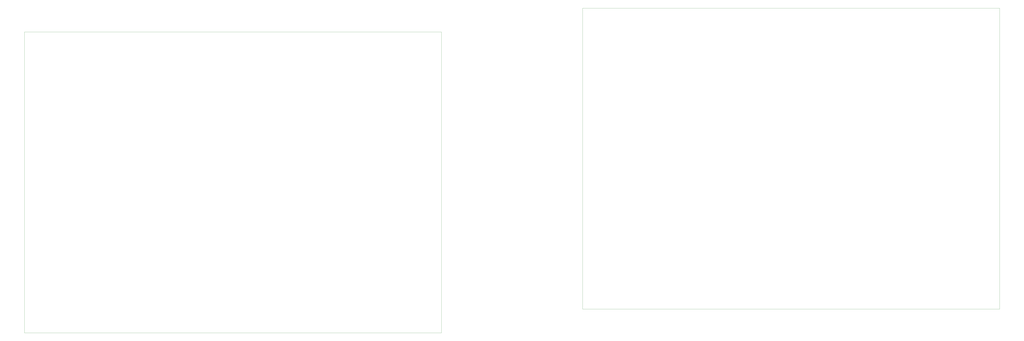
<source format=gbr>
%TF.GenerationSoftware,KiCad,Pcbnew,(5.1.6)-1*%
%TF.CreationDate,2020-08-01T01:01:07+01:00*%
%TF.ProjectId,SSEMD,5353454d-442e-46b6-9963-61645f706362,rev?*%
%TF.SameCoordinates,Original*%
%TF.FileFunction,Profile,NP*%
%FSLAX46Y46*%
G04 Gerber Fmt 4.6, Leading zero omitted, Abs format (unit mm)*
G04 Created by KiCad (PCBNEW (5.1.6)-1) date 2020-08-01 01:01:07*
%MOMM*%
%LPD*%
G01*
G04 APERTURE LIST*
%TA.AperFunction,Profile*%
%ADD10C,0.050000*%
%TD*%
G04 APERTURE END LIST*
D10*
X15875000Y-229108000D02*
X15875000Y-394208000D01*
X15875000Y-394208000D02*
X244475000Y-394208000D01*
X244475000Y-229108000D02*
X15875000Y-229108000D01*
X244475000Y-394208000D02*
X244475000Y-229108000D01*
X-61468000Y-242189000D02*
X-290068000Y-242189000D01*
X-61468000Y-407289000D02*
X-61468000Y-242189000D01*
X-290068000Y-407289000D02*
X-61468000Y-407289000D01*
X-290068000Y-242189000D02*
X-290068000Y-407289000D01*
M02*

</source>
